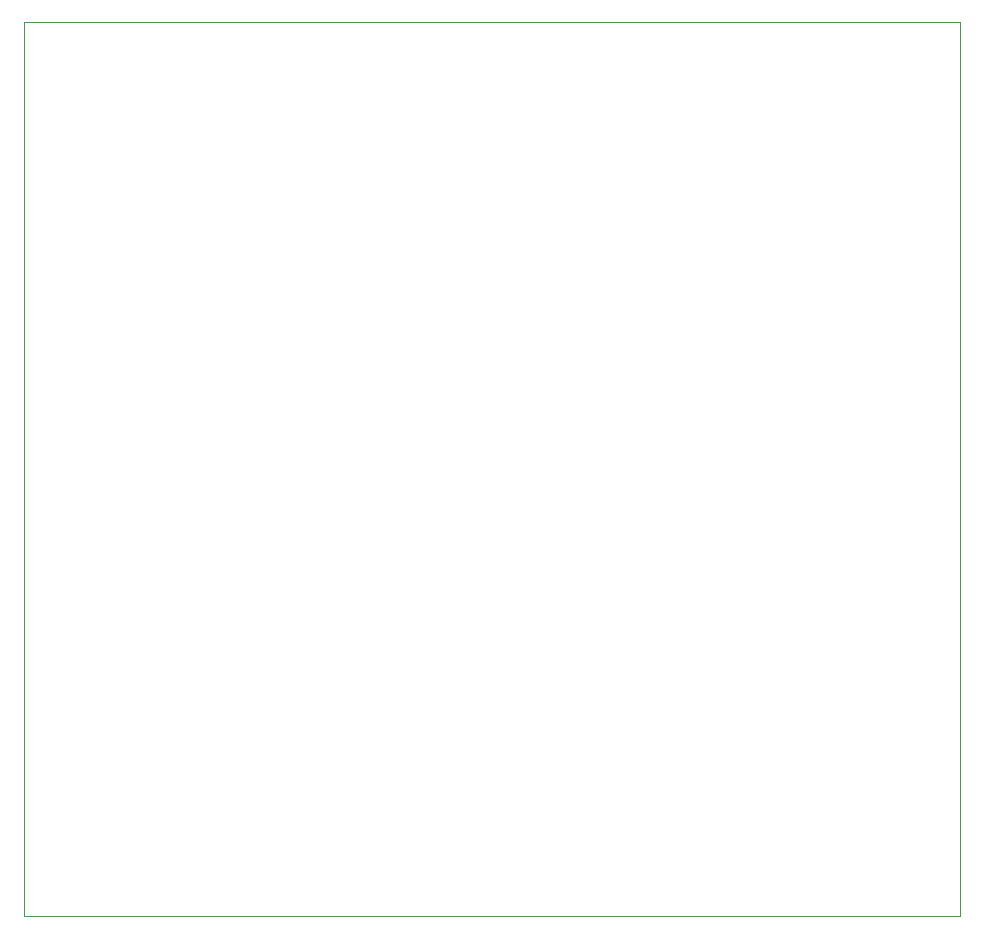
<source format=gbr>
%TF.GenerationSoftware,KiCad,Pcbnew,(5.1.10-1-10_14)*%
%TF.CreationDate,2021-11-08T19:33:34-05:00*%
%TF.ProjectId,RAM-MODULE,52414d2d-4d4f-4445-954c-452e6b696361,rev?*%
%TF.SameCoordinates,Original*%
%TF.FileFunction,Profile,NP*%
%FSLAX46Y46*%
G04 Gerber Fmt 4.6, Leading zero omitted, Abs format (unit mm)*
G04 Created by KiCad (PCBNEW (5.1.10-1-10_14)) date 2021-11-08 19:33:34*
%MOMM*%
%LPD*%
G01*
G04 APERTURE LIST*
%TA.AperFunction,Profile*%
%ADD10C,0.050000*%
%TD*%
G04 APERTURE END LIST*
D10*
X71882000Y-96774000D02*
X71882000Y-161290000D01*
X-7366000Y-96774000D02*
X71882000Y-96774000D01*
X-7366000Y-172466000D02*
X-7366000Y-96774000D01*
X71882000Y-172466000D02*
X-7366000Y-172466000D01*
X71882000Y-172212000D02*
X71882000Y-172466000D01*
X71882000Y-161290000D02*
X71882000Y-172212000D01*
M02*

</source>
